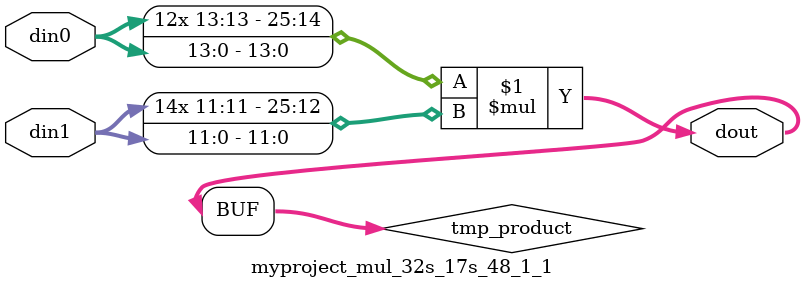
<source format=v>

`timescale 1 ns / 1 ps

  module myproject_mul_32s_17s_48_1_1(din0, din1, dout);
parameter ID = 1;
parameter NUM_STAGE = 0;
parameter din0_WIDTH = 14;
parameter din1_WIDTH = 12;
parameter dout_WIDTH = 26;

input [din0_WIDTH - 1 : 0] din0; 
input [din1_WIDTH - 1 : 0] din1; 
output [dout_WIDTH - 1 : 0] dout;

wire signed [dout_WIDTH - 1 : 0] tmp_product;













assign tmp_product = $signed(din0) * $signed(din1);








assign dout = tmp_product;







endmodule

</source>
